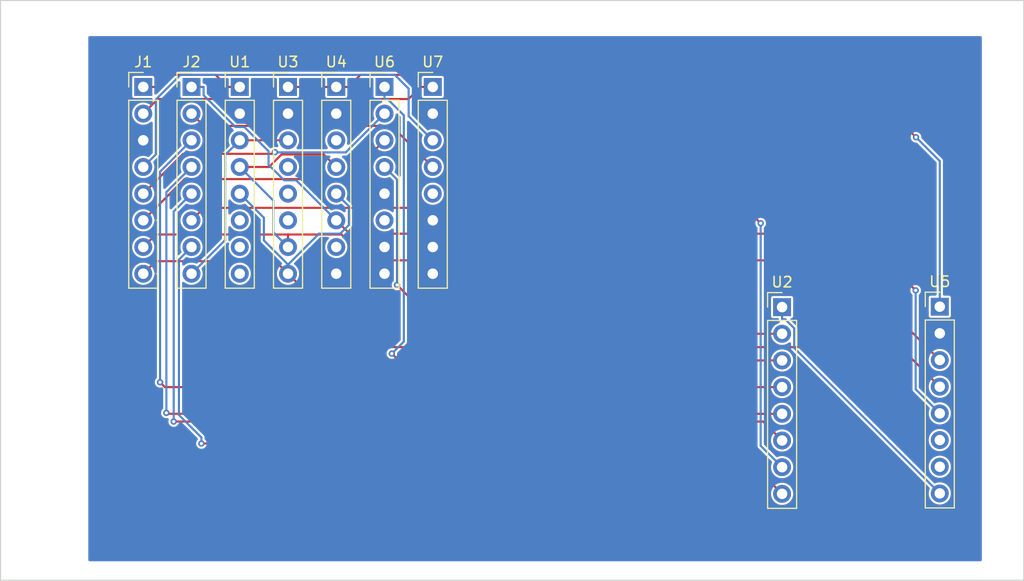
<source format=kicad_pcb>
(kicad_pcb (version 20241229) (generator "pcbnew") (generator_version "9.0")
  (layers (0 "F.Cu" signal) (2 "B.Cu" signal) (13 "F.Paste" user) (15 "B.Paste" user) (5 "F.SilkS" user "F.Silkscreen") (7 "B.SilkS" user "B.Silkscreen") (1 "F.Mask" user) (3 "B.Mask" user) (25 "Edge.Cuts" user))
  (net 0 "")
  (net 1 "+5V_SYS")
  (net 2 "+3V3_IO")
  (net 3 "GND")
  (net 4 "GPS_RX")
  (net 5 "I2C_SCL")
  (net 6 "I2C_SDA")
  (net 7 "SPI_SCK")
  (net 8 "SPI_MOSI")
  (net 9 "SPI_MISO")
  (net 10 "GPS_TX")
  (net 11 "FZ_GPIO1")
  (net 12 "FZ_GPIO2")
  (net 13 "FZ_GPIO3")
  (net 14 "FZ_GPIO4")
  (net 15 "FZ_GPIO5")
  (net 16 "EN")
  (net 17 "NRF24_IRQ")
  (net 18 "KBD_RST")
  (net 19 "KBD_INT")
  (net 20 "+3V3_RF")
  (net 21 "LORA_BUSY")
  (net 22 "LORA_DIO1")
  (net 23 "LORA_CS")
  (net 24 "CC1101_CS")
  (net 25 "CC1101_GDO0")
  (net 26 "NRF24_CS")
  (net 27 "NRF24_CE")
  (net 28 "+3V3_KBD")
  (net 29 "GPS_PPS")
  (footprint "Connector_PinHeader_2.54mm:PinHeader_1x08_P2.54mm_Vertical" (layer "F.Cu") (at 111 90.8)
    (property "Reference" "U2" (at 0 -2.38 0) (layer "F.SilkS"))
    (property "Value" "DRV2605LDGS")
    (fp_line (start -1.38 -1.38) (end 0 -1.38) (stroke (width 0.12)) (layer "F.SilkS"))
    (fp_line (start -1.38 0) (end -1.38 -1.38) (stroke (width 0.12)) (layer "F.SilkS"))
    (fp_line (start -1.38 1.27) (end -1.38 19.16) (stroke (width 0.12)) (layer "F.SilkS"))
    (fp_line (start -1.38 1.27) (end 1.38 1.27) (stroke (width 0.12)) (layer "F.SilkS"))
    (fp_line (start -1.38 19.16) (end 1.38 19.16) (stroke (width 0.12)) (layer "F.SilkS"))
    (fp_line (start 1.38 1.27) (end 1.38 19.16) (stroke (width 0.12)) (layer "F.SilkS"))
    (pad "1" thru_hole rect (at 0 0) (size 1.7 1.7) (drill 1) (layers "*.Cu" "*.Mask") (net 17 "NRF24_IRQ"))
    (pad "2" thru_hole circle (at 0 2.54) (size 1.7 1.7) (drill 1) (layers "*.Cu" "*.Mask") (net 18 "KBD_RST"))
    (pad "3" thru_hole circle (at 0 5.08) (size 1.7 1.7) (drill 1) (layers "*.Cu" "*.Mask") (net 19 "KBD_INT"))
    (pad "4" thru_hole circle (at 0 7.62) (size 1.7 1.7) (drill 1) (layers "*.Cu" "*.Mask") (net 11 "FZ_GPIO1"))
    (pad "5" thru_hole circle (at 0 10.16) (size 1.7 1.7) (drill 1) (layers "*.Cu" "*.Mask") (net 12 "FZ_GPIO2"))
    (pad "6" thru_hole circle (at 0 12.7) (size 1.7 1.7) (drill 1) (layers "*.Cu" "*.Mask") (net 13 "FZ_GPIO3"))
    (pad "7" thru_hole circle (at 0 15.24) (size 1.7 1.7) (drill 1) (layers "*.Cu" "*.Mask") (net 14 "FZ_GPIO4"))
    (pad "8" thru_hole circle (at 0 17.78) (size 1.7 1.7) (drill 1) (layers "*.Cu" "*.Mask") (net 15 "FZ_GPIO5"))
  )
  (footprint "Connector_PinHeader_2.54mm:PinHeader_1x08_P2.54mm_Vertical" (layer "F.Cu") (at 59.41 69.84)
    (property "Reference" "U1" (at 0 -2.38 0) (layer "F.SilkS"))
    (property "Value" "Conn_01x05")
    (fp_line (start -1.38 -1.38) (end 0 -1.38) (stroke (width 0.12)) (layer "F.SilkS"))
    (fp_line (start -1.38 0) (end -1.38 -1.38) (stroke (width 0.12)) (layer "F.SilkS"))
    (fp_line (start -1.38 1.27) (end -1.38 19.16) (stroke (width 0.12)) (layer "F.SilkS"))
    (fp_line (start -1.38 1.27) (end 1.38 1.27) (stroke (width 0.12)) (layer "F.SilkS"))
    (fp_line (start -1.38 19.16) (end 1.38 19.16) (stroke (width 0.12)) (layer "F.SilkS"))
    (fp_line (start 1.38 1.27) (end 1.38 19.16) (stroke (width 0.12)) (layer "F.SilkS"))
    (pad "1" thru_hole rect (at 0 0) (size 1.7 1.7) (drill 1) (layers "*.Cu" "*.Mask") (net 1 "+5V_SYS"))
    (pad "2" thru_hole circle (at 0 2.54) (size 1.7 1.7) (drill 1) (layers "*.Cu" "*.Mask") (net 3 "GND"))
    (pad "3" thru_hole circle (at 0 5.08) (size 1.7 1.7) (drill 1) (layers "*.Cu" "*.Mask") (net 16 "EN"))
    (pad "4" thru_hole circle (at 0 7.62) (size 1.7 1.7) (drill 1) (layers "*.Cu" "*.Mask") (net 7 "SPI_SCK"))
    (pad "5" thru_hole circle (at 0 10.16) (size 1.7 1.7) (drill 1) (layers "*.Cu" "*.Mask") (net 8 "SPI_MOSI"))
    (pad "6" thru_hole circle (at 0 12.7) (size 1.7 1.7) (drill 1) (layers "*.Cu" "*.Mask"))
    (pad "7" thru_hole circle (at 0 15.24) (size 1.7 1.7) (drill 1) (layers "*.Cu" "*.Mask"))
    (pad "8" thru_hole circle (at 0 17.78) (size 1.7 1.7) (drill 1) (layers "*.Cu" "*.Mask"))
  )
  (footprint "Connector_PinHeader_2.54mm:PinHeader_1x08_P2.54mm_Vertical" (layer "F.Cu") (at 77.77 69.84)
    (property "Reference" "U7" (at 0 -2.38 0) (layer "F.SilkS"))
    (property "Value" "Conn_01x08_Shielded")
    (fp_line (start -1.38 -1.38) (end 0 -1.38) (stroke (width 0.12)) (layer "F.SilkS"))
    (fp_line (start -1.38 0) (end -1.38 -1.38) (stroke (width 0.12)) (layer "F.SilkS"))
    (fp_line (start -1.38 1.27) (end -1.38 19.16) (stroke (width 0.12)) (layer "F.SilkS"))
    (fp_line (start -1.38 1.27) (end 1.38 1.27) (stroke (width 0.12)) (layer "F.SilkS"))
    (fp_line (start -1.38 19.16) (end 1.38 19.16) (stroke (width 0.12)) (layer "F.SilkS"))
    (fp_line (start 1.38 1.27) (end 1.38 19.16) (stroke (width 0.12)) (layer "F.SilkS"))
    (pad "1" thru_hole rect (at 0 0) (size 1.7 1.7) (drill 1) (layers "*.Cu" "*.Mask") (net 2 "+3V3_IO"))
    (pad "2" thru_hole circle (at 0 2.54) (size 1.7 1.7) (drill 1) (layers "*.Cu" "*.Mask") (net 3 "GND"))
    (pad "3" thru_hole circle (at 0 5.08) (size 1.7 1.7) (drill 1) (layers "*.Cu" "*.Mask") (net 4 "GPS_RX"))
    (pad "4" thru_hole circle (at 0 7.62) (size 1.7 1.7) (drill 1) (layers "*.Cu" "*.Mask") (net 10 "GPS_TX"))
    (pad "5" thru_hole circle (at 0 10.16) (size 1.7 1.7) (drill 1) (layers "*.Cu" "*.Mask") (net 29 "GPS_PPS"))
    (pad "6" thru_hole circle (at 0 12.7) (size 1.7 1.7) (drill 1) (layers "*.Cu" "*.Mask") (net 3 "GND"))
    (pad "7" thru_hole circle (at 0 15.24) (size 1.7 1.7) (drill 1) (layers "*.Cu" "*.Mask") (net 3 "GND"))
    (pad "8" thru_hole circle (at 0 17.78) (size 1.7 1.7) (drill 1) (layers "*.Cu" "*.Mask") (net 3 "GND"))
  )
  (footprint "Connector_PinHeader_2.54mm:PinHeader_1x08_P2.54mm_Vertical" (layer "F.Cu") (at 64 69.84)
    (property "Reference" "U3" (at 0 -2.38 0) (layer "F.SilkS"))
    (property "Value" "PAL24")
    (fp_line (start -1.38 -1.38) (end 0 -1.38) (stroke (width 0.12)) (layer "F.SilkS"))
    (fp_line (start -1.38 0) (end -1.38 -1.38) (stroke (width 0.12)) (layer "F.SilkS"))
    (fp_line (start -1.38 1.27) (end -1.38 19.16) (stroke (width 0.12)) (layer "F.SilkS"))
    (fp_line (start -1.38 1.27) (end 1.38 1.27) (stroke (width 0.12)) (layer "F.SilkS"))
    (fp_line (start -1.38 19.16) (end 1.38 19.16) (stroke (width 0.12)) (layer "F.SilkS"))
    (fp_line (start 1.38 1.27) (end 1.38 19.16) (stroke (width 0.12)) (layer "F.SilkS"))
    (pad "1" thru_hole rect (at 0 0) (size 1.7 1.7) (drill 1) (layers "*.Cu" "*.Mask") (net 20 "+3V3_RF"))
    (pad "2" thru_hole circle (at 0 2.54) (size 1.7 1.7) (drill 1) (layers "*.Cu" "*.Mask") (net 3 "GND"))
    (pad "3" thru_hole circle (at 0 5.08) (size 1.7 1.7) (drill 1) (layers "*.Cu" "*.Mask") (net 16 "EN"))
    (pad "4" thru_hole circle (at 0 7.62) (size 1.7 1.7) (drill 1) (layers "*.Cu" "*.Mask") (net 21 "LORA_BUSY"))
    (pad "5" thru_hole circle (at 0 10.16) (size 1.7 1.7) (drill 1) (layers "*.Cu" "*.Mask") (net 22 "LORA_DIO1"))
    (pad "6" thru_hole circle (at 0 12.7) (size 1.7 1.7) (drill 1) (layers "*.Cu" "*.Mask") (net 23 "LORA_CS"))
    (pad "7" thru_hole circle (at 0 15.24) (size 1.7 1.7) (drill 1) (layers "*.Cu" "*.Mask") (net 7 "SPI_SCK"))
    (pad "8" thru_hole circle (at 0 17.78) (size 1.7 1.7) (drill 1) (layers "*.Cu" "*.Mask") (net 8 "SPI_MOSI"))
  )
  (footprint "Connector_PinHeader_2.54mm:PinHeader_1x08_P2.54mm_Vertical" (layer "F.Cu") (at 73.18 69.84)
    (property "Reference" "U6" (at 0 -2.38 0) (layer "F.SilkS"))
    (property "Value" "Conn_02x04_Odd_Even_Shielded")
    (fp_line (start -1.38 -1.38) (end 0 -1.38) (stroke (width 0.12)) (layer "F.SilkS"))
    (fp_line (start -1.38 0) (end -1.38 -1.38) (stroke (width 0.12)) (layer "F.SilkS"))
    (fp_line (start -1.38 1.27) (end -1.38 19.16) (stroke (width 0.12)) (layer "F.SilkS"))
    (fp_line (start -1.38 1.27) (end 1.38 1.27) (stroke (width 0.12)) (layer "F.SilkS"))
    (fp_line (start -1.38 19.16) (end 1.38 19.16) (stroke (width 0.12)) (layer "F.SilkS"))
    (fp_line (start 1.38 1.27) (end 1.38 19.16) (stroke (width 0.12)) (layer "F.SilkS"))
    (pad "1" thru_hole rect (at 0 0) (size 1.7 1.7) (drill 1) (layers "*.Cu" "*.Mask") (net 19 "KBD_INT"))
    (pad "2" thru_hole circle (at 0 2.54) (size 1.7 1.7) (drill 1) (layers "*.Cu" "*.Mask") (net 5 "I2C_SCL"))
    (pad "3" thru_hole circle (at 0 5.08) (size 1.7 1.7) (drill 1) (layers "*.Cu" "*.Mask") (net 6 "I2C_SDA"))
    (pad "4" thru_hole circle (at 0 7.62) (size 1.7 1.7) (drill 1) (layers "*.Cu" "*.Mask") (net 18 "KBD_RST"))
    (pad "5" thru_hole circle (at 0 10.16) (size 1.7 1.7) (drill 1) (layers "*.Cu" "*.Mask") (net 3 "GND"))
    (pad "6" thru_hole circle (at 0 12.7) (size 1.7 1.7) (drill 1) (layers "*.Cu" "*.Mask") (net 28 "+3V3_KBD"))
    (pad "7" thru_hole circle (at 0 15.24) (size 1.7 1.7) (drill 1) (layers "*.Cu" "*.Mask") (net 3 "GND"))
    (pad "8" thru_hole circle (at 0 17.78) (size 1.7 1.7) (drill 1) (layers "*.Cu" "*.Mask") (net 3 "GND"))
  )
  (footprint "Connector_PinHeader_2.54mm:PinHeader_1x08_P2.54mm_Vertical" (layer "F.Cu") (at 50.23 69.84)
    (property "Reference" "J1" (at 0 -2.38 0) (layer "F.SilkS"))
    (property "Value" "Conn_02x09_Odd_Even")
    (fp_line (start -1.38 -1.38) (end 0 -1.38) (stroke (width 0.12)) (layer "F.SilkS"))
    (fp_line (start -1.38 0) (end -1.38 -1.38) (stroke (width 0.12)) (layer "F.SilkS"))
    (fp_line (start -1.38 1.27) (end -1.38 19.16) (stroke (width 0.12)) (layer "F.SilkS"))
    (fp_line (start -1.38 1.27) (end 1.38 1.27) (stroke (width 0.12)) (layer "F.SilkS"))
    (fp_line (start -1.38 19.16) (end 1.38 19.16) (stroke (width 0.12)) (layer "F.SilkS"))
    (fp_line (start 1.38 1.27) (end 1.38 19.16) (stroke (width 0.12)) (layer "F.SilkS"))
    (pad "1" thru_hole rect (at 0 0) (size 1.7 1.7) (drill 1) (layers "*.Cu" "*.Mask") (net 1 "+5V_SYS"))
    (pad "2" thru_hole circle (at 0 2.54) (size 1.7 1.7) (drill 1) (layers "*.Cu" "*.Mask") (net 2 "+3V3_IO"))
    (pad "3" thru_hole circle (at 0 5.08) (size 1.7 1.7) (drill 1) (layers "*.Cu" "*.Mask") (net 3 "GND"))
    (pad "4" thru_hole circle (at 0 7.62) (size 1.7 1.7) (drill 1) (layers "*.Cu" "*.Mask") (net 4 "GPS_RX"))
    (pad "5" thru_hole circle (at 0 10.16) (size 1.7 1.7) (drill 1) (layers "*.Cu" "*.Mask") (net 5 "I2C_SCL"))
    (pad "6" thru_hole circle (at 0 12.7) (size 1.7 1.7) (drill 1) (layers "*.Cu" "*.Mask") (net 6 "I2C_SDA"))
    (pad "7" thru_hole circle (at 0 15.24) (size 1.7 1.7) (drill 1) (layers "*.Cu" "*.Mask") (net 7 "SPI_SCK"))
    (pad "8" thru_hole circle (at 0 17.78) (size 1.7 1.7) (drill 1) (layers "*.Cu" "*.Mask") (net 8 "SPI_MOSI"))
  )
  (footprint "Connector_PinHeader_2.54mm:PinHeader_1x08_P2.54mm_Vertical" (layer "F.Cu") (at 54.82 69.84)
    (property "Reference" "J2" (at 0 -2.38 0) (layer "F.SilkS"))
    (property "Value" "Conn_02x18_Odd_Even")
    (fp_line (start -1.38 -1.38) (end 0 -1.38) (stroke (width 0.12)) (layer "F.SilkS"))
    (fp_line (start -1.38 0) (end -1.38 -1.38) (stroke (width 0.12)) (layer "F.SilkS"))
    (fp_line (start -1.38 1.27) (end -1.38 19.16) (stroke (width 0.12)) (layer "F.SilkS"))
    (fp_line (start -1.38 1.27) (end 1.38 1.27) (stroke (width 0.12)) (layer "F.SilkS"))
    (fp_line (start -1.38 19.16) (end 1.38 19.16) (stroke (width 0.12)) (layer "F.SilkS"))
    (fp_line (start 1.38 1.27) (end 1.38 19.16) (stroke (width 0.12)) (layer "F.SilkS"))
    (pad "1" thru_hole rect (at 0 0) (size 1.7 1.7) (drill 1) (layers "*.Cu" "*.Mask") (net 9 "SPI_MISO"))
    (pad "2" thru_hole circle (at 0 2.54) (size 1.7 1.7) (drill 1) (layers "*.Cu" "*.Mask") (net 10 "GPS_TX"))
    (pad "3" thru_hole circle (at 0 5.08) (size 1.7 1.7) (drill 1) (layers "*.Cu" "*.Mask") (net 11 "FZ_GPIO1"))
    (pad "4" thru_hole circle (at 0 7.62) (size 1.7 1.7) (drill 1) (layers "*.Cu" "*.Mask") (net 12 "FZ_GPIO2"))
    (pad "5" thru_hole circle (at 0 10.16) (size 1.7 1.7) (drill 1) (layers "*.Cu" "*.Mask") (net 13 "FZ_GPIO3"))
    (pad "6" thru_hole circle (at 0 12.7) (size 1.7 1.7) (drill 1) (layers "*.Cu" "*.Mask") (net 14 "FZ_GPIO4"))
    (pad "7" thru_hole circle (at 0 15.24) (size 1.7 1.7) (drill 1) (layers "*.Cu" "*.Mask") (net 15 "FZ_GPIO5"))
    (pad "8" thru_hole circle (at 0 17.78) (size 1.7 1.7) (drill 1) (layers "*.Cu" "*.Mask") (net 16 "EN"))
  )
  (footprint "Connector_PinHeader_2.54mm:PinHeader_1x08_P2.54mm_Vertical" (layer "F.Cu") (at 68.59 69.84)
    (property "Reference" "U4" (at 0 -2.38 0) (layer "F.SilkS"))
    (property "Value" "Q_Triac")
    (fp_line (start -1.38 -1.38) (end 0 -1.38) (stroke (width 0.12)) (layer "F.SilkS"))
    (fp_line (start -1.38 0) (end -1.38 -1.38) (stroke (width 0.12)) (layer "F.SilkS"))
    (fp_line (start -1.38 1.27) (end -1.38 19.16) (stroke (width 0.12)) (layer "F.SilkS"))
    (fp_line (start -1.38 1.27) (end 1.38 1.27) (stroke (width 0.12)) (layer "F.SilkS"))
    (fp_line (start -1.38 19.16) (end 1.38 19.16) (stroke (width 0.12)) (layer "F.SilkS"))
    (fp_line (start 1.38 1.27) (end 1.38 19.16) (stroke (width 0.12)) (layer "F.SilkS"))
    (pad "1" thru_hole rect (at 0 0) (size 1.7 1.7) (drill 1) (layers "*.Cu" "*.Mask") (net 20 "+3V3_RF"))
    (pad "2" thru_hole circle (at 0 2.54) (size 1.7 1.7) (drill 1) (layers "*.Cu" "*.Mask") (net 3 "GND"))
    (pad "3" thru_hole circle (at 0 5.08) (size 1.7 1.7) (drill 1) (layers "*.Cu" "*.Mask") (net 24 "CC1101_CS"))
    (pad "4" thru_hole circle (at 0 7.62) (size 1.7 1.7) (drill 1) (layers "*.Cu" "*.Mask") (net 7 "SPI_SCK"))
    (pad "5" thru_hole circle (at 0 10.16) (size 1.7 1.7) (drill 1) (layers "*.Cu" "*.Mask") (net 8 "SPI_MOSI"))
    (pad "6" thru_hole circle (at 0 12.7) (size 1.7 1.7) (drill 1) (layers "*.Cu" "*.Mask") (net 9 "SPI_MISO"))
    (pad "7" thru_hole circle (at 0 15.24) (size 1.7 1.7) (drill 1) (layers "*.Cu" "*.Mask") (net 25 "CC1101_GDO0"))
    (pad "8" thru_hole circle (at 0 17.78) (size 1.7 1.7) (drill 1) (layers "*.Cu" "*.Mask") (net 3 "GND"))
  )
  (footprint "Connector_PinHeader_2.54mm:PinHeader_1x08_P2.54mm_Vertical" (layer "F.Cu") (at 126 90.76)
    (property "Reference" "U5" (at 0 -2.38 0) (layer "F.SilkS"))
    (property "Value" "SX1276")
    (fp_line (start -1.38 -1.38) (end 0 -1.38) (stroke (width 0.12)) (layer "F.SilkS"))
    (fp_line (start -1.38 0) (end -1.38 -1.38) (stroke (width 0.12)) (layer "F.SilkS"))
    (fp_line (start -1.38 1.27) (end -1.38 19.16) (stroke (width 0.12)) (layer "F.SilkS"))
    (fp_line (start -1.38 1.27) (end 1.38 1.27) (stroke (width 0.12)) (layer "F.SilkS"))
    (fp_line (start -1.38 19.16) (end 1.38 19.16) (stroke (width 0.12)) (layer "F.SilkS"))
    (fp_line (start 1.38 1.27) (end 1.38 19.16) (stroke (width 0.12)) (layer "F.SilkS"))
    (pad "1" thru_hole rect (at 0 0) (size 1.7 1.7) (drill 1) (layers "*.Cu" "*.Mask") (net 20 "+3V3_RF"))
    (pad "2" thru_hole circle (at 0 2.54) (size 1.7 1.7) (drill 1) (layers "*.Cu" "*.Mask") (net 3 "GND"))
    (pad "3" thru_hole circle (at 0 5.08) (size 1.7 1.7) (drill 1) (layers "*.Cu" "*.Mask") (net 7 "SPI_SCK"))
    (pad "4" thru_hole circle (at 0 7.62) (size 1.7 1.7) (drill 1) (layers "*.Cu" "*.Mask") (net 8 "SPI_MOSI"))
    (pad "5" thru_hole circle (at 0 10.16) (size 1.7 1.7) (drill 1) (layers "*.Cu" "*.Mask") (net 9 "SPI_MISO"))
    (pad "6" thru_hole circle (at 0 12.7) (size 1.7 1.7) (drill 1) (layers "*.Cu" "*.Mask") (net 26 "NRF24_CS"))
    (pad "7" thru_hole circle (at 0 15.24) (size 1.7 1.7) (drill 1) (layers "*.Cu" "*.Mask") (net 27 "NRF24_CE"))
    (pad "8" thru_hole circle (at 0 17.78) (size 1.7 1.7) (drill 1) (layers "*.Cu" "*.Mask") (net 17 "NRF24_IRQ"))
  )
  (gr_line (start 133.982143 116.80825) (end 36.652618 116.80825) (stroke (width 0.1)) (layer "Edge.Cuts"))
  (gr_line (start 36.652618 116.80825) (end 36.652618 61.61175) (stroke (width 0.1)) (layer "Edge.Cuts"))
  (gr_line (start 133.982143 61.61175) (end 133.982143 116.80825) (stroke (width 0.1)) (layer "Edge.Cuts"))
  (gr_line (start 36.652618 61.61175) (end 133.982143 61.61175) (stroke (width 0.1)) (layer "Edge.Cuts"))
  (segment (start 58.2583 69.84) (end 57.1066 68.6883) (width 0.2) (layer "F.Cu") (net 1))
  (segment (start 52.5334 68.6883) (end 51.3817 69.84) (width 0.2) (layer "F.Cu") (net 1))
  (segment (start 59.41 69.84) (end 58.2583 69.84) (width 0.2) (layer "F.Cu") (net 1))
  (segment (start 57.1066 68.6883) (end 52.5334 68.6883) (width 0.2) (layer "F.Cu") (net 1))
  (segment (start 50.23 69.84) (end 51.3817 69.84) (width 0.2) (layer "F.Cu") (net 1))
  (segment (start 76.6183 69.84) (end 75.4666 70.9917) (width 0.2) (layer "F.Cu") (net 2))
  (segment (start 51.6183 70.9917) (end 50.23 72.38) (width 0.2) (layer "F.Cu") (net 2))
  (segment (start 77.77 69.84) (end 76.6183 69.84) (width 0.2) (layer "F.Cu") (net 2))
  (segment (start 75.4666 70.9917) (end 51.6183 70.9917) (width 0.2) (layer "F.Cu") (net 2))
  (segment (start 51.4283 76.2617) (end 50.23 77.46) (width 0.2) (layer "B.Cu") (net 4))
  (segment (start 75.475 70.0041) (end 74.1592 68.6883) (width 0.2) (layer "B.Cu") (net 4))
  (segment (start 77.77 74.92) (end 75.475 72.625) (width 0.2) (layer "B.Cu") (net 4))
  (segment (start 51.4283 71.0316) (end 51.4283 76.2617) (width 0.2) (layer "B.Cu") (net 4))
  (segment (start 74.1592 68.6883) (end 53.7716 68.6883) (width 0.2) (layer "B.Cu") (net 4))
  (segment (start 53.7716 68.6883) (end 51.4283 71.0316) (width 0.2) (layer "B.Cu") (net 4))
  (segment (start 75.475 72.625) (end 75.475 70.0041) (width 0.2) (layer "B.Cu") (net 4))
  (segment (start 62.5962 76.2052) (end 54.0248 76.2052) (width 0.2) (layer "F.Cu") (net 5))
  (segment (start 62.7483 76.0531) (end 62.5962 76.2052) (width 0.2) (layer "F.Cu") (net 5))
  (segment (start 54.0248 76.2052) (end 50.23 80) (width 0.2) (layer "F.Cu") (net 5))
  (via (at 62.7483 76.0531) (size 0.6) (drill 0.3) (layers "F.Cu" "B.Cu") (net 5))
  (segment (start 69.4883 76.0717) (end 62.7669 76.0717) (width 0.2) (layer "B.Cu") (net 5))
  (segment (start 62.7669 76.0717) (end 62.7483 76.0531) (width 0.2) (layer "B.Cu") (net 5))
  (segment (start 73.18 72.38) (end 69.4883 76.0717) (width 0.2) (layer "B.Cu") (net 5))
  (segment (start 50.23 82.54) (end 54.1582 78.6118) (width 0.2) (layer "F.Cu") (net 6))
  (segment (start 69.4882 78.6118) (end 73.18 74.92) (width 0.2) (layer "F.Cu") (net 6))
  (segment (start 54.1582 78.6118) (end 69.4882 78.6118) (width 0.2) (layer "F.Cu") (net 6))
  (segment (start 62.1923 77.46) (end 63.3828 76.2695) (width 0.2) (layer "F.Cu") (net 7))
  (segment (start 67.3995 76.2695) (end 68.59 77.46) (width 0.2) (layer "F.Cu") (net 7))
  (segment (start 63.3828 76.2695) (end 67.3995 76.2695) (width 0.2) (layer "F.Cu") (net 7))
  (segment (start 51.4206 83.8894) (end 64 83.8894) (width 0.2) (layer "F.Cu") (net 7))
  (segment (start 69.0971 83.8894) (end 64 83.8894) (width 0.2) (layer "F.Cu") (net 7))
  (segment (start 126 95.84) (end 116.51 86.35) (width 0.2) (layer "F.Cu") (net 7))
  (segment (start 50.23 85.08) (end 51.4206 83.8894) (width 0.2) (layer "F.Cu") (net 7))
  (segment (start 64 85.08) (end 64 83.8894) (width 0.2) (layer "F.Cu") (net 7))
  (segment (start 59.41 77.46) (end 62.1923 77.46) (width 0.2) (layer "F.Cu") (net 7))
  (segment (start 116.51 86.35) (end 71.5577 86.35) (width 0.2) (layer "F.Cu") (net 7))
  (segment (start 71.5577 86.35) (end 69.0971 83.8894) (width 0.2) (layer "F.Cu") (net 7))
  (segment (start 62.6102 83.6902) (end 64 85.08) (width 0.2) (layer "B.Cu") (net 7))
  (segment (start 59.41 77.46) (end 62.6102 80.6602) (width 0.2) (layer "B.Cu") (net 7))
  (segment (start 62.6102 80.6602) (end 62.6102 83.6902) (width 0.2) (layer "B.Cu") (net 7))
  (segment (start 126 98.38) (end 122.23 94.61) (width 0.2) (layer "F.Cu") (net 8))
  (segment (start 70.99 94.61) (end 64 87.62) (width 0.2) (layer "F.Cu") (net 8))
  (segment (start 122.23 94.61) (end 70.99 94.61) (width 0.2) (layer "F.Cu") (net 8))
  (segment (start 62.8094 86.4294) (end 64 87.62) (width 0.2) (layer "F.Cu") (net 8))
  (segment (start 50.23 87.62) (end 51.4206 86.4294) (width 0.2) (layer "F.Cu") (net 8))
  (segment (start 51.4206 86.4294) (end 62.8094 86.4294) (width 0.2) (layer "F.Cu") (net 8))
  (segment (start 59.41 80) (end 61.705 82.295) (width 0.2) (layer "B.Cu") (net 8))
  (segment (start 61.705 82.295) (end 61.705 84.4528) (width 0.2) (layer "B.Cu") (net 8))
  (segment (start 68.9667 83.81) (end 69.7898 82.9869) (width 0.2) (layer "B.Cu") (net 8))
  (segment (start 64.0061 86.7539) (end 64 86.76) (width 0.2) (layer "B.Cu") (net 8))
  (segment (start 64.0061 86.7539) (end 66.95 83.81) (width 0.2) (layer "B.Cu") (net 8))
  (segment (start 69.7898 82.9869) (end 69.7898 81.1998) (width 0.2) (layer "B.Cu") (net 8))
  (segment (start 69.7898 81.1998) (end 68.59 80) (width 0.2) (layer "B.Cu") (net 8))
  (segment (start 64 86.76) (end 64 87.62) (width 0.2) (layer "B.Cu") (net 8))
  (segment (start 61.705 84.4528) (end 64.0061 86.7539) (width 0.2) (layer "B.Cu") (net 8))
  (segment (start 66.95 83.81) (end 68.9667 83.81) (width 0.2) (layer "B.Cu") (net 8))
  (segment (start 123.7061 89.2098) (end 118.3063 83.81) (width 0.2) (layer "F.Cu") (net 9))
  (segment (start 118.3063 83.81) (end 69.86 83.81) (width 0.2) (layer "F.Cu") (net 9))
  (segment (start 69.86 83.81) (end 68.59 82.54) (width 0.2) (layer "F.Cu") (net 9))
  (via (at 123.7061 89.2098) (size 0.6) (drill 0.3) (layers "F.Cu" "B.Cu") (net 9))
  (segment (start 55.9717 70.6318) (end 58.9899 73.65) (width 0.2) (layer "B.Cu") (net 9))
  (segment (start 62.1466 75.9602) (end 62.1466 77.2421) (width 0.2) (layer "B.Cu") (net 9))
  (segment (start 63.6345 78.73) (end 64.78 78.73) (width 0.2) (layer "B.Cu") (net 9))
  (segment (start 62.1466 77.2421) (end 63.6345 78.73) (width 0.2) (layer "B.Cu") (net 9))
  (segment (start 55.9717 69.84) (end 55.9717 70.6318) (width 0.2) (layer "B.Cu") (net 9))
  (segment (start 64.78 78.73) (end 68.59 82.54) (width 0.2) (layer "B.Cu") (net 9))
  (segment (start 54.82 69.84) (end 55.9717 69.84) (width 0.2) (layer "B.Cu") (net 9))
  (segment (start 123.7061 98.6261) (end 123.7061 89.2098) (width 0.2) (layer "B.Cu") (net 9))
  (segment (start 126 100.92) (end 123.7061 98.6261) (width 0.2) (layer "B.Cu") (net 9))
  (segment (start 59.8364 73.65) (end 62.1466 75.9602) (width 0.2) (layer "B.Cu") (net 9))
  (segment (start 58.9899 73.65) (end 59.8364 73.65) (width 0.2) (layer "B.Cu") (net 9))
  (segment (start 77.77 77.46) (end 73.8605 73.5505) (width 0.2) (layer "F.Cu") (net 10))
  (segment (start 73.8605 73.5505) (end 55.9905 73.5505) (width 0.2) (layer "F.Cu") (net 10))
  (segment (start 55.9905 73.5505) (end 54.82 72.38) (width 0.2) (layer "F.Cu") (net 10))
  (segment (start 111 98.42) (end 52.2919 98.42) (width 0.2) (layer "F.Cu") (net 11))
  (segment (start 52.2919 98.42) (end 51.8285 97.9566) (width 0.2) (layer "F.Cu") (net 11))
  (via (at 51.8285 97.9566) (size 0.6) (drill 0.3) (layers "F.Cu" "B.Cu") (net 11))
  (segment (start 51.8285 77.9115) (end 54.82 74.92) (width 0.2) (layer "B.Cu") (net 11))
  (segment (start 51.8285 97.9566) (end 51.8285 77.9115) (width 0.2) (layer "B.Cu") (net 11))
  (segment (start 52.5131 100.9585) (end 52.4268 100.8722) (width 0.2) (layer "F.Cu") (net 12))
  (segment (start 55.1278 100.96) (end 54.9615 100.7937) (width 0.2) (layer "F.Cu") (net 12))
  (segment (start 111 100.96) (end 55.1278 100.96) (width 0.2) (layer "F.Cu") (net 12))
  (segment (start 54.7967 100.9585) (end 52.5131 100.9585) (width 0.2) (layer "F.Cu") (net 12))
  (segment (start 54.9615 100.7937) (end 54.7967 100.9585) (width 0.2) (layer "F.Cu") (net 12))
  (segment (start 54.9615 100.7937) (end 54.7967 100.9585) (width 0.2) (layer "F.Cu") (net 12))
  (via (at 52.4268 100.8722) (size 0.6) (drill 0.3) (layers "F.Cu" "B.Cu") (net 12))
  (segment (start 54.82 77.46) (end 52.4302 79.8498) (width 0.2) (layer "B.Cu") (net 12))
  (segment (start 52.4302 100.8688) (end 52.4268 100.8722) (width 0.2) (layer "B.Cu") (net 12))
  (segment (start 52.4302 79.8498) (end 52.4302 100.8688) (width 0.2) (layer "B.Cu") (net 12))
  (segment (start 111 103.5) (end 109.195 101.695) (width 0.2) (layer "F.Cu") (net 13))
  (segment (start 109.195 101.695) (end 53.1251 101.695) (width 0.2) (layer "F.Cu") (net 13))
  (via (at 53.1251 101.695) (size 0.6) (drill 0.3) (layers "F.Cu" "B.Cu") (net 13))
  (segment (start 53.1251 101.695) (end 53.1251 81.6949) (width 0.2) (layer "B.Cu") (net 13))
  (segment (start 53.1251 81.6949) (end 54.82 80) (width 0.2) (layer "B.Cu") (net 13))
  (segment (start 56.0106 81.3494) (end 54.82 82.54) (width 0.2) (layer "F.Cu") (net 14))
  (segment (start 108.9624 82.8154) (end 107.4964 81.3494) (width 0.2) (layer "F.Cu") (net 14))
  (segment (start 107.4964 81.3494) (end 56.0106 81.3494) (width 0.2) (layer "F.Cu") (net 14))
  (via (at 108.9624 82.8154) (size 0.6) (drill 0.3) (layers "F.Cu" "B.Cu") (net 14))
  (segment (start 111 106.04) (end 108.9624 104.0024) (width 0.2) (layer "B.Cu") (net 14))
  (segment (start 108.9624 104.0024) (end 108.9624 82.8154) (width 0.2) (layer "B.Cu") (net 14))
  (segment (start 55.7634 103.7878) (end 106.2078 103.7878) (width 0.2) (layer "F.Cu") (net 15))
  (segment (start 106.2078 103.7878) (end 111 108.58) (width 0.2) (layer "F.Cu") (net 15))
  (via (at 55.7634 103.7878) (size 0.6) (drill 0.3) (layers "F.Cu" "B.Cu") (net 15))
  (segment (start 53.6248 86.2752) (end 54.82 85.08) (width 0.2) (layer "B.Cu") (net 15))
  (segment (start 53.6248 101.0759) (end 53.6248 86.2752) (width 0.2) (layer "B.Cu") (net 15))
  (segment (start 55.7634 103.7878) (end 55.7634 103.2145) (width 0.2) (layer "B.Cu") (net 15))
  (segment (start 55.7634 103.2145) (end 53.6248 101.0759) (width 0.2) (layer "B.Cu") (net 15))
  (segment (start 59.41 74.92) (end 64 74.92) (width 0.2) (layer "F.Cu") (net 16))
  (segment (start 54.82 87.62) (end 58.0202 84.4198) (width 0.2) (layer "B.Cu") (net 16))
  (segment (start 58.0202 84.4198) (end 58.0202 76.3098) (width 0.2) (layer "B.Cu") (net 16))
  (segment (start 58.0202 76.3098) (end 59.41 74.92) (width 0.2) (layer "B.Cu") (net 16))
  (segment (start 111 91.9517) (end 111.288 91.9517) (width 0.2) (layer "B.Cu") (net 17))
  (segment (start 112.1517 92.8154) (end 112.1517 94.6917) (width 0.2) (layer "B.Cu") (net 17))
  (segment (start 111.288 91.9517) (end 112.1517 92.8154) (width 0.2) (layer "B.Cu") (net 17))
  (segment (start 111 90.8) (end 111 91.9517) (width 0.2) (layer "B.Cu") (net 17))
  (segment (start 112.1517 94.6917) (end 126 108.54) (width 0.2) (layer "B.Cu") (net 17))
  (segment (start 79.0124 93.34) (end 111 93.34) (width 0.2) (layer "F.Cu") (net 18))
  (segment (start 74.3688 88.6964) (end 79.0124 93.34) (width 0.2) (layer "F.Cu") (net 18))
  (via (at 74.3688 88.6964) (size 0.6) (drill 0.3) (layers "F.Cu" "B.Cu") (net 18))
  (segment (start 73.18 77.46) (end 74.3688 78.6488) (width 0.2) (layer "B.Cu") (net 18))
  (segment (start 74.3688 78.6488) (end 74.3688 88.6964) (width 0.2) (layer "B.Cu") (net 18))
  (segment (start 74.5322 95.88) (end 111 95.88) (width 0.2) (layer "F.Cu") (net 19))
  (segment (start 73.8765 95.2243) (end 74.5322 95.88) (width 0.2) (layer "F.Cu") (net 19))
  (via (at 73.8765 95.2243) (size 0.6) (drill 0.3) (layers "F.Cu" "B.Cu") (net 19))
  (segment (start 73.4679 70.9917) (end 75.0179 72.5417) (width 0.2) (layer "B.Cu") (net 19))
  (segment (start 75.0179 94.0829) (end 73.8765 95.2243) (width 0.2) (layer "B.Cu") (net 19))
  (segment (start 75.0179 72.5417) (end 75.0179 94.0829) (width 0.2) (layer "B.Cu") (net 19))
  (segment (start 73.18 70.9917) (end 73.4679 70.9917) (width 0.2) (layer "B.Cu") (net 19))
  (segment (start 73.18 69.84) (end 73.18 70.9917) (width 0.2) (layer "B.Cu") (net 19))
  (segment (start 70.8934 68.6883) (end 69.7417 69.84) (width 0.2) (layer "F.Cu") (net 20))
  (segment (start 123.7399 74.6318) (end 117.7964 68.6883) (width 0.2) (layer "F.Cu") (net 20))
  (segment (start 68.59 69.84) (end 69.7417 69.84) (width 0.2) (layer "F.Cu") (net 20))
  (segment (start 64 69.84) (end 68.59 69.84) (width 0.2) (layer "F.Cu") (net 20))
  (segment (start 117.7964 68.6883) (end 70.8934 68.6883) (width 0.2) (layer "F.Cu") (net 20))
  (via (at 123.7399 74.6318) (size 0.6) (drill 0.3) (layers "F.Cu" "B.Cu") (net 20))
  (segment (start 126 90.76) (end 126 76.8919) (width 0.2) (layer "B.Cu") (net 20))
  (segment (start 126 76.8919) (end 123.7399 74.6318) (width 0.2) (layer "B.Cu") (net 20))
  (zone (net 3) (net_name "GND") (layer "B.Cu") (connect_pads yes (clearance 0.2)) (min_thickness 0.25) (fill yes (thermal_gap 0.2) (thermal_bridge_width 0.3))
    (polygon (pts (xy 45 65) (xy 130 65) (xy 130 115) (xy 45 115)))
  )
)
</source>
